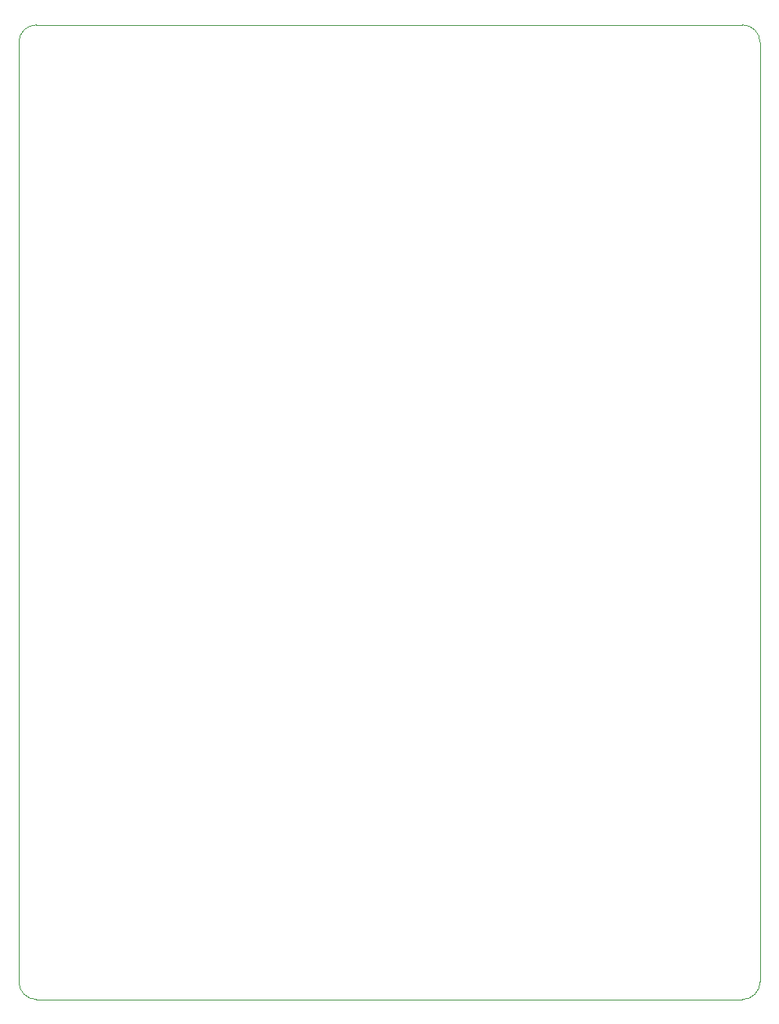
<source format=gbr>
G04 #@! TF.GenerationSoftware,KiCad,Pcbnew,(5.1.5)-3*
G04 #@! TF.CreationDate,2021-02-22T14:13:44+02:00*
G04 #@! TF.ProjectId,Waveform Generator,57617665-666f-4726-9d20-47656e657261,rev?*
G04 #@! TF.SameCoordinates,Original*
G04 #@! TF.FileFunction,Profile,NP*
%FSLAX46Y46*%
G04 Gerber Fmt 4.6, Leading zero omitted, Abs format (unit mm)*
G04 Created by KiCad (PCBNEW (5.1.5)-3) date 2021-02-22 14:13:44*
%MOMM*%
%LPD*%
G04 APERTURE LIST*
%ADD10C,0.050000*%
G04 APERTURE END LIST*
D10*
X15240000Y-112141000D02*
X15240000Y-111125000D01*
X93345000Y-114046000D02*
X17145000Y-114046000D01*
X95250000Y-110490000D02*
X95250000Y-112141000D01*
X17145000Y-114046000D02*
G75*
G02X15240000Y-112141000I0J1905000D01*
G01*
X95250000Y-112141000D02*
G75*
G02X93345000Y-114046000I-1905000J0D01*
G01*
X95250000Y-10795000D02*
X95250000Y-110490000D01*
X17145000Y-8890000D02*
X93345000Y-8890000D01*
X15240000Y-111125000D02*
X15240000Y-10795000D01*
X15240000Y-10795000D02*
G75*
G02X17145000Y-8890000I1905000J0D01*
G01*
X93345000Y-8890000D02*
G75*
G02X95250000Y-10795000I0J-1905000D01*
G01*
M02*

</source>
